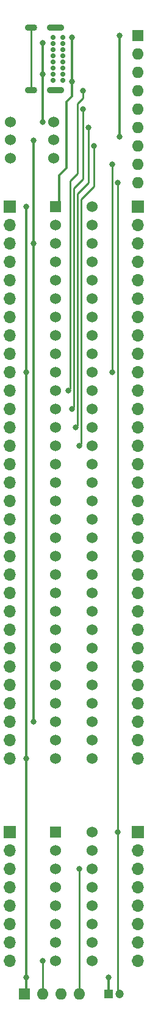
<source format=gbr>
G04 #@! TF.GenerationSoftware,KiCad,Pcbnew,(5.1.8)-1*
G04 #@! TF.CreationDate,2022-11-03T13:18:07-06:00*
G04 #@! TF.ProjectId,Breadboard Adapter,42726561-6462-46f6-9172-642041646170,rev?*
G04 #@! TF.SameCoordinates,Original*
G04 #@! TF.FileFunction,Copper,L2,Bot*
G04 #@! TF.FilePolarity,Positive*
%FSLAX46Y46*%
G04 Gerber Fmt 4.6, Leading zero omitted, Abs format (unit mm)*
G04 Created by KiCad (PCBNEW (5.1.8)-1) date 2022-11-03 13:18:07*
%MOMM*%
%LPD*%
G01*
G04 APERTURE LIST*
G04 #@! TA.AperFunction,ComponentPad*
%ADD10O,1.700000X1.700000*%
G04 #@! TD*
G04 #@! TA.AperFunction,ComponentPad*
%ADD11R,1.700000X1.700000*%
G04 #@! TD*
G04 #@! TA.AperFunction,ComponentPad*
%ADD12C,1.524000*%
G04 #@! TD*
G04 #@! TA.AperFunction,ComponentPad*
%ADD13O,1.600000X1.600000*%
G04 #@! TD*
G04 #@! TA.AperFunction,ComponentPad*
%ADD14R,1.600000X1.600000*%
G04 #@! TD*
G04 #@! TA.AperFunction,ComponentPad*
%ADD15R,1.524000X1.524000*%
G04 #@! TD*
G04 #@! TA.AperFunction,ComponentPad*
%ADD16O,1.700000X0.900000*%
G04 #@! TD*
G04 #@! TA.AperFunction,ComponentPad*
%ADD17O,2.400000X0.900000*%
G04 #@! TD*
G04 #@! TA.AperFunction,ComponentPad*
%ADD18C,0.700000*%
G04 #@! TD*
G04 #@! TA.AperFunction,ComponentPad*
%ADD19C,1.200000*%
G04 #@! TD*
G04 #@! TA.AperFunction,ComponentPad*
%ADD20R,1.200000X1.200000*%
G04 #@! TD*
G04 #@! TA.AperFunction,ViaPad*
%ADD21C,0.800000*%
G04 #@! TD*
G04 #@! TA.AperFunction,Conductor*
%ADD22C,0.250000*%
G04 #@! TD*
G04 #@! TA.AperFunction,Conductor*
%ADD23C,0.330200*%
G04 #@! TD*
G04 APERTURE END LIST*
D10*
G04 #@! TO.P,J6,8*
G04 #@! TO.N,/SPK_OUT*
X111760000Y-142240000D03*
G04 #@! TO.P,J6,7*
G04 #@! TO.N,/SPK_GO*
X111760000Y-139700000D03*
G04 #@! TO.P,J6,6*
G04 #@! TO.N,/HF_PCLK*
X111760000Y-137160000D03*
G04 #@! TO.P,J6,5*
G04 #@! TO.N,/DRQ0*
X111760000Y-134620000D03*
G04 #@! TO.P,J6,4*
G04 #@! TO.N,/HOLDA*
X111760000Y-132080000D03*
G04 #@! TO.P,J6,3*
G04 #@! TO.N,/HOLD*
X111760000Y-129540000D03*
G04 #@! TO.P,J6,2*
G04 #@! TO.N,/READY*
X111760000Y-127000000D03*
D11*
G04 #@! TO.P,J6,1*
G04 #@! TO.N,/RESET*
X111760000Y-124460000D03*
G04 #@! TD*
D10*
G04 #@! TO.P,J5,8*
G04 #@! TO.N,/NMI*
X93980000Y-142240000D03*
G04 #@! TO.P,J5,7*
G04 #@! TO.N,/PIN7*
X93980000Y-139700000D03*
G04 #@! TO.P,J5,6*
G04 #@! TO.N,/IO_008X*
X93980000Y-137160000D03*
G04 #@! TO.P,J5,5*
G04 #@! TO.N,/IO_006X*
X93980000Y-134620000D03*
G04 #@! TO.P,J5,4*
G04 #@! TO.N,/IO_004X*
X93980000Y-132080000D03*
G04 #@! TO.P,J5,3*
G04 #@! TO.N,/IO_002X*
X93980000Y-129540000D03*
G04 #@! TO.P,J5,2*
G04 #@! TO.N,/IO_000X*
X93980000Y-127000000D03*
D11*
G04 #@! TO.P,J5,1*
G04 #@! TO.N,/IRQ1*
X93980000Y-124460000D03*
G04 #@! TD*
D10*
G04 #@! TO.P,J4,31*
G04 #@! TO.N,/A0*
X111760000Y-114300000D03*
G04 #@! TO.P,J4,30*
G04 #@! TO.N,/A1*
X111760000Y-111760000D03*
G04 #@! TO.P,J4,29*
G04 #@! TO.N,/A2*
X111760000Y-109220000D03*
G04 #@! TO.P,J4,28*
G04 #@! TO.N,/A3*
X111760000Y-106680000D03*
G04 #@! TO.P,J4,27*
G04 #@! TO.N,/A4*
X111760000Y-104140000D03*
G04 #@! TO.P,J4,26*
G04 #@! TO.N,/A5*
X111760000Y-101600000D03*
G04 #@! TO.P,J4,25*
G04 #@! TO.N,/A6*
X111760000Y-99060000D03*
G04 #@! TO.P,J4,24*
G04 #@! TO.N,/A7*
X111760000Y-96520000D03*
G04 #@! TO.P,J4,23*
G04 #@! TO.N,/A8*
X111760000Y-93980000D03*
G04 #@! TO.P,J4,22*
G04 #@! TO.N,/A9*
X111760000Y-91440000D03*
G04 #@! TO.P,J4,21*
G04 #@! TO.N,/A10*
X111760000Y-88900000D03*
G04 #@! TO.P,J4,20*
G04 #@! TO.N,/A11*
X111760000Y-86360000D03*
G04 #@! TO.P,J4,19*
G04 #@! TO.N,/A12*
X111760000Y-83820000D03*
G04 #@! TO.P,J4,18*
G04 #@! TO.N,/A13*
X111760000Y-81280000D03*
G04 #@! TO.P,J4,17*
G04 #@! TO.N,/A14*
X111760000Y-78740000D03*
G04 #@! TO.P,J4,16*
G04 #@! TO.N,/A15*
X111760000Y-76200000D03*
G04 #@! TO.P,J4,15*
G04 #@! TO.N,/A16*
X111760000Y-73660000D03*
G04 #@! TO.P,J4,14*
G04 #@! TO.N,/A17*
X111760000Y-71120000D03*
G04 #@! TO.P,J4,13*
G04 #@! TO.N,/A18*
X111760000Y-68580000D03*
G04 #@! TO.P,J4,12*
G04 #@! TO.N,/A19*
X111760000Y-66040000D03*
G04 #@! TO.P,J4,11*
G04 #@! TO.N,/AEN*
X111760000Y-63500000D03*
G04 #@! TO.P,J4,10*
G04 #@! TO.N,/RDY1*
X111760000Y-60960000D03*
G04 #@! TO.P,J4,9*
G04 #@! TO.N,/D0*
X111760000Y-58420000D03*
G04 #@! TO.P,J4,8*
G04 #@! TO.N,/D1*
X111760000Y-55880000D03*
G04 #@! TO.P,J4,7*
G04 #@! TO.N,/D2*
X111760000Y-53340000D03*
G04 #@! TO.P,J4,6*
G04 #@! TO.N,/D3*
X111760000Y-50800000D03*
G04 #@! TO.P,J4,5*
G04 #@! TO.N,/D4*
X111760000Y-48260000D03*
G04 #@! TO.P,J4,4*
G04 #@! TO.N,/D5*
X111760000Y-45720000D03*
G04 #@! TO.P,J4,3*
G04 #@! TO.N,/D6*
X111760000Y-43180000D03*
G04 #@! TO.P,J4,2*
G04 #@! TO.N,/D7*
X111760000Y-40640000D03*
D11*
G04 #@! TO.P,J4,1*
G04 #@! TO.N,/CH_CK*
X111760000Y-38100000D03*
G04 #@! TD*
D10*
G04 #@! TO.P,J3,31*
G04 #@! TO.N,/GND*
X93980000Y-114300000D03*
G04 #@! TO.P,J3,30*
G04 #@! TO.N,/OSC88*
X93980000Y-111760000D03*
G04 #@! TO.P,J3,29*
G04 #@! TO.N,/5+*
X93980000Y-109220000D03*
G04 #@! TO.P,J3,28*
G04 #@! TO.N,/ALE*
X93980000Y-106680000D03*
G04 #@! TO.P,J3,27*
G04 #@! TO.N,/TC*
X93980000Y-104140000D03*
G04 #@! TO.P,J3,26*
G04 #@! TO.N,/DACK2*
X93980000Y-101600000D03*
G04 #@! TO.P,J3,25*
G04 #@! TO.N,/IRQ3*
X93980000Y-99060000D03*
G04 #@! TO.P,J3,24*
G04 #@! TO.N,/IRQ4*
X93980000Y-96520000D03*
G04 #@! TO.P,J3,23*
G04 #@! TO.N,/IRQ5*
X93980000Y-93980000D03*
G04 #@! TO.P,J3,22*
G04 #@! TO.N,/IRQ6*
X93980000Y-91440000D03*
G04 #@! TO.P,J3,21*
G04 #@! TO.N,/IRQ7*
X93980000Y-88900000D03*
G04 #@! TO.P,J3,20*
G04 #@! TO.N,/CLK88*
X93980000Y-86360000D03*
G04 #@! TO.P,J3,19*
G04 #@! TO.N,/REFRQ*
X93980000Y-83820000D03*
G04 #@! TO.P,J3,18*
G04 #@! TO.N,/DRQ1*
X93980000Y-81280000D03*
G04 #@! TO.P,J3,17*
G04 #@! TO.N,/DACK1*
X93980000Y-78740000D03*
G04 #@! TO.P,J3,16*
G04 #@! TO.N,/DRQ3*
X93980000Y-76200000D03*
G04 #@! TO.P,J3,15*
G04 #@! TO.N,/DACK3*
X93980000Y-73660000D03*
G04 #@! TO.P,J3,14*
G04 #@! TO.N,/IORD*
X93980000Y-71120000D03*
G04 #@! TO.P,J3,13*
G04 #@! TO.N,/IOWR*
X93980000Y-68580000D03*
G04 #@! TO.P,J3,12*
G04 #@! TO.N,/MRD*
X93980000Y-66040000D03*
G04 #@! TO.P,J3,11*
G04 #@! TO.N,/MWR*
X93980000Y-63500000D03*
G04 #@! TO.P,J3,10*
G04 #@! TO.N,/GND*
X93980000Y-60960000D03*
G04 #@! TO.P,J3,9*
G04 #@! TO.N,/12+*
X93980000Y-58420000D03*
G04 #@! TO.P,J3,8*
G04 #@! TO.N,/NC*
X93980000Y-55880000D03*
G04 #@! TO.P,J3,7*
G04 #@! TO.N,/12-*
X93980000Y-53340000D03*
G04 #@! TO.P,J3,6*
G04 #@! TO.N,/DRQ2*
X93980000Y-50800000D03*
G04 #@! TO.P,J3,5*
G04 #@! TO.N,/5-*
X93980000Y-48260000D03*
G04 #@! TO.P,J3,4*
G04 #@! TO.N,/IRQ2*
X93980000Y-45720000D03*
G04 #@! TO.P,J3,3*
G04 #@! TO.N,/5+*
X93980000Y-43180000D03*
G04 #@! TO.P,J3,2*
G04 #@! TO.N,/RESOUT*
X93980000Y-40640000D03*
D11*
G04 #@! TO.P,J3,1*
G04 #@! TO.N,/GND*
X93980000Y-38100000D03*
G04 #@! TD*
D12*
G04 #@! TO.P,SW1,6*
G04 #@! TO.N,Net-(SW1-Pad6)*
X94076000Y-31416000D03*
G04 #@! TO.P,SW1,5*
G04 #@! TO.N,Net-(SW1-Pad5)*
X94076000Y-28916000D03*
G04 #@! TO.P,SW1,4*
G04 #@! TO.N,Net-(SW1-Pad4)*
X94076000Y-26416000D03*
G04 #@! TO.P,SW1,3*
G04 #@! TO.N,/POWER_SUPPLY*
X100076000Y-26416000D03*
G04 #@! TO.P,SW1,2*
G04 #@! TO.N,/5+*
X100076000Y-28916000D03*
G04 #@! TO.P,SW1,1*
G04 #@! TO.N,Net-(SW1-Pad1)*
X100076000Y-31416000D03*
G04 #@! TD*
D13*
G04 #@! TO.P,RN2,4*
G04 #@! TO.N,/HOLD*
X103632000Y-146812000D03*
G04 #@! TO.P,RN2,3*
G04 #@! TO.N,Net-(RN2-Pad3)*
X101092000Y-146812000D03*
G04 #@! TO.P,RN2,2*
G04 #@! TO.N,/NMI*
X98552000Y-146812000D03*
D14*
G04 #@! TO.P,RN2,1*
G04 #@! TO.N,/GND*
X96012000Y-146812000D03*
G04 #@! TD*
D13*
G04 #@! TO.P,RN1,9*
G04 #@! TO.N,/RESET*
X111760000Y-34798000D03*
G04 #@! TO.P,RN1,8*
G04 #@! TO.N,/RDY1*
X111760000Y-32258000D03*
G04 #@! TO.P,RN1,7*
G04 #@! TO.N,/IORD*
X111760000Y-29718000D03*
G04 #@! TO.P,RN1,6*
G04 #@! TO.N,/IOWR*
X111760000Y-27178000D03*
G04 #@! TO.P,RN1,5*
G04 #@! TO.N,/MRD*
X111760000Y-24638000D03*
G04 #@! TO.P,RN1,4*
G04 #@! TO.N,/MWR*
X111760000Y-22098000D03*
G04 #@! TO.P,RN1,3*
G04 #@! TO.N,Net-(RN1-Pad3)*
X111760000Y-19558000D03*
G04 #@! TO.P,RN1,2*
G04 #@! TO.N,Net-(RN1-Pad2)*
X111760000Y-17018000D03*
D14*
G04 #@! TO.P,RN1,1*
G04 #@! TO.N,/5+*
X111760000Y-14478000D03*
G04 #@! TD*
D12*
G04 #@! TO.P,J9,62*
G04 #@! TO.N,/A0*
X105410000Y-114300000D03*
G04 #@! TO.P,J9,61*
G04 #@! TO.N,/A1*
X105410000Y-111760000D03*
G04 #@! TO.P,J9,60*
G04 #@! TO.N,/A2*
X105410000Y-109220000D03*
G04 #@! TO.P,J9,59*
G04 #@! TO.N,/A3*
X105410000Y-106680000D03*
G04 #@! TO.P,J9,58*
G04 #@! TO.N,/A4*
X105410000Y-104140000D03*
G04 #@! TO.P,J9,57*
G04 #@! TO.N,/A5*
X105410000Y-101600000D03*
G04 #@! TO.P,J9,56*
G04 #@! TO.N,/A6*
X105410000Y-99060000D03*
G04 #@! TO.P,J9,55*
G04 #@! TO.N,/A7*
X105410000Y-96520000D03*
G04 #@! TO.P,J9,54*
G04 #@! TO.N,/A8*
X105410000Y-93980000D03*
G04 #@! TO.P,J9,53*
G04 #@! TO.N,/A9*
X105410000Y-91440000D03*
G04 #@! TO.P,J9,52*
G04 #@! TO.N,/A10*
X105410000Y-88900000D03*
G04 #@! TO.P,J9,51*
G04 #@! TO.N,/A11*
X105410000Y-86360000D03*
G04 #@! TO.P,J9,50*
G04 #@! TO.N,/A12*
X105410000Y-83820000D03*
G04 #@! TO.P,J9,49*
G04 #@! TO.N,/A13*
X105410000Y-81280000D03*
G04 #@! TO.P,J9,48*
G04 #@! TO.N,/A14*
X105410000Y-78740000D03*
G04 #@! TO.P,J9,47*
G04 #@! TO.N,/A15*
X105410000Y-76200000D03*
G04 #@! TO.P,J9,46*
G04 #@! TO.N,/A16*
X105410000Y-73660000D03*
G04 #@! TO.P,J9,45*
G04 #@! TO.N,/A17*
X105410000Y-71120000D03*
G04 #@! TO.P,J9,44*
G04 #@! TO.N,/A18*
X105410000Y-68580000D03*
G04 #@! TO.P,J9,43*
G04 #@! TO.N,/A19*
X105410000Y-66040000D03*
G04 #@! TO.P,J9,42*
G04 #@! TO.N,/AEN*
X105410000Y-63500000D03*
G04 #@! TO.P,J9,41*
G04 #@! TO.N,/RDY1*
X105410000Y-60960000D03*
G04 #@! TO.P,J9,40*
G04 #@! TO.N,/D0*
X105410000Y-58420000D03*
G04 #@! TO.P,J9,39*
G04 #@! TO.N,/D1*
X105410000Y-55880000D03*
G04 #@! TO.P,J9,38*
G04 #@! TO.N,/D2*
X105410000Y-53340000D03*
G04 #@! TO.P,J9,37*
G04 #@! TO.N,/D3*
X105410000Y-50800000D03*
G04 #@! TO.P,J9,36*
G04 #@! TO.N,/D4*
X105410000Y-48260000D03*
G04 #@! TO.P,J9,35*
G04 #@! TO.N,/D5*
X105410000Y-45720000D03*
G04 #@! TO.P,J9,34*
G04 #@! TO.N,/D6*
X105410000Y-43180000D03*
G04 #@! TO.P,J9,33*
G04 #@! TO.N,/D7*
X105410000Y-40640000D03*
G04 #@! TO.P,J9,32*
G04 #@! TO.N,/CH_CK*
X105410000Y-38100000D03*
G04 #@! TO.P,J9,31*
G04 #@! TO.N,/GND*
X100330000Y-114300000D03*
G04 #@! TO.P,J9,30*
G04 #@! TO.N,/OSC88*
X100330000Y-111760000D03*
G04 #@! TO.P,J9,29*
G04 #@! TO.N,/5+*
X100330000Y-109220000D03*
G04 #@! TO.P,J9,28*
G04 #@! TO.N,/ALE*
X100330000Y-106680000D03*
G04 #@! TO.P,J9,27*
G04 #@! TO.N,/TC*
X100330000Y-104140000D03*
G04 #@! TO.P,J9,26*
G04 #@! TO.N,/DACK2*
X100330000Y-101600000D03*
G04 #@! TO.P,J9,25*
G04 #@! TO.N,/IRQ3*
X100330000Y-99060000D03*
G04 #@! TO.P,J9,24*
G04 #@! TO.N,/IRQ4*
X100330000Y-96520000D03*
G04 #@! TO.P,J9,23*
G04 #@! TO.N,/IRQ5*
X100330000Y-93980000D03*
G04 #@! TO.P,J9,22*
G04 #@! TO.N,/IRQ6*
X100330000Y-91440000D03*
G04 #@! TO.P,J9,21*
G04 #@! TO.N,/IRQ7*
X100330000Y-88900000D03*
G04 #@! TO.P,J9,20*
G04 #@! TO.N,/CLK88*
X100330000Y-86360000D03*
G04 #@! TO.P,J9,19*
G04 #@! TO.N,/REFRQ*
X100330000Y-83820000D03*
G04 #@! TO.P,J9,18*
G04 #@! TO.N,/DRQ1*
X100330000Y-81280000D03*
G04 #@! TO.P,J9,17*
G04 #@! TO.N,/DACK1*
X100330000Y-78740000D03*
G04 #@! TO.P,J9,16*
G04 #@! TO.N,/DRQ3*
X100330000Y-76200000D03*
G04 #@! TO.P,J9,15*
G04 #@! TO.N,/DACK3*
X100330000Y-73660000D03*
G04 #@! TO.P,J9,14*
G04 #@! TO.N,/IORD*
X100330000Y-71120000D03*
G04 #@! TO.P,J9,13*
G04 #@! TO.N,/IOWR*
X100330000Y-68580000D03*
G04 #@! TO.P,J9,12*
G04 #@! TO.N,/MRD*
X100330000Y-66040000D03*
G04 #@! TO.P,J9,11*
G04 #@! TO.N,/MWR*
X100330000Y-63500000D03*
G04 #@! TO.P,J9,10*
G04 #@! TO.N,/GND*
X100330000Y-60960000D03*
G04 #@! TO.P,J9,9*
G04 #@! TO.N,/12+*
X100330000Y-58420000D03*
G04 #@! TO.P,J9,8*
G04 #@! TO.N,/NC*
X100330000Y-55880000D03*
G04 #@! TO.P,J9,7*
G04 #@! TO.N,/12-*
X100330000Y-53340000D03*
G04 #@! TO.P,J9,6*
G04 #@! TO.N,/DRQ2*
X100330000Y-50800000D03*
G04 #@! TO.P,J9,5*
G04 #@! TO.N,/5-*
X100330000Y-48260000D03*
G04 #@! TO.P,J9,4*
G04 #@! TO.N,/IRQ2*
X100330000Y-45720000D03*
G04 #@! TO.P,J9,3*
G04 #@! TO.N,/5+*
X100330000Y-43180000D03*
G04 #@! TO.P,J9,2*
G04 #@! TO.N,/RESOUT*
X100330000Y-40640000D03*
D15*
G04 #@! TO.P,J9,1*
G04 #@! TO.N,/GND*
X100330000Y-38100000D03*
G04 #@! TD*
D16*
G04 #@! TO.P,J2,S1*
G04 #@! TO.N,Net-(J2-PadS1)*
X96986000Y-22032000D03*
X96986000Y-13382000D03*
D17*
X100366000Y-22032000D03*
X100366000Y-13382000D03*
D18*
G04 #@! TO.P,J2,B6*
G04 #@! TO.N,Net-(J2-PadB6)*
X99996000Y-18132000D03*
G04 #@! TO.P,J2,B1*
G04 #@! TO.N,/GND*
X99996000Y-20682000D03*
G04 #@! TO.P,J2,B4*
G04 #@! TO.N,/POWER_SUPPLY*
X99996000Y-19832000D03*
G04 #@! TO.P,J2,B5*
G04 #@! TO.N,Net-(J2-PadB5)*
X99996000Y-18982000D03*
G04 #@! TO.P,J2,B12*
G04 #@! TO.N,/GND*
X99996000Y-14732000D03*
G04 #@! TO.P,J2,B8*
G04 #@! TO.N,Net-(J2-PadB8)*
X99996000Y-16432000D03*
G04 #@! TO.P,J2,B7*
G04 #@! TO.N,Net-(J2-PadB7)*
X99996000Y-17282000D03*
G04 #@! TO.P,J2,B9*
G04 #@! TO.N,/POWER_SUPPLY*
X99996000Y-15582000D03*
G04 #@! TO.P,J2,A12*
G04 #@! TO.N,/GND*
X101346000Y-20682000D03*
G04 #@! TO.P,J2,A9*
G04 #@! TO.N,/POWER_SUPPLY*
X101346000Y-19832000D03*
G04 #@! TO.P,J2,A8*
G04 #@! TO.N,Net-(J2-PadA8)*
X101346000Y-18982000D03*
G04 #@! TO.P,J2,A7*
G04 #@! TO.N,Net-(J2-PadA7)*
X101346000Y-18132000D03*
G04 #@! TO.P,J2,A6*
G04 #@! TO.N,Net-(J2-PadA6)*
X101346000Y-17282000D03*
G04 #@! TO.P,J2,A5*
G04 #@! TO.N,Net-(J2-PadA5)*
X101346000Y-16432000D03*
G04 #@! TO.P,J2,A4*
G04 #@! TO.N,/POWER_SUPPLY*
X101346000Y-15582000D03*
G04 #@! TO.P,J2,A1*
G04 #@! TO.N,/GND*
X101346000Y-14732000D03*
G04 #@! TD*
D12*
G04 #@! TO.P,J1,16*
G04 #@! TO.N,/RESET*
X105410000Y-124460000D03*
G04 #@! TO.P,J1,15*
G04 #@! TO.N,/READY*
X105410000Y-127000000D03*
D15*
G04 #@! TO.P,J1,1*
G04 #@! TO.N,/IRQ1*
X100330000Y-124460000D03*
D12*
G04 #@! TO.P,J1,2*
G04 #@! TO.N,/IO_000X*
X100330000Y-127000000D03*
G04 #@! TO.P,J1,3*
G04 #@! TO.N,/IO_002X*
X100330000Y-129540000D03*
G04 #@! TO.P,J1,4*
G04 #@! TO.N,/IO_004X*
X100330000Y-132080000D03*
G04 #@! TO.P,J1,5*
G04 #@! TO.N,/IO_006X*
X100330000Y-134620000D03*
G04 #@! TO.P,J1,6*
G04 #@! TO.N,/IO_008X*
X100330000Y-137160000D03*
G04 #@! TO.P,J1,7*
G04 #@! TO.N,/PIN7*
X100330000Y-139700000D03*
G04 #@! TO.P,J1,8*
G04 #@! TO.N,/NMI*
X100330000Y-142240000D03*
G04 #@! TO.P,J1,9*
G04 #@! TO.N,/SPK_OUT*
X105410000Y-142240000D03*
G04 #@! TO.P,J1,10*
G04 #@! TO.N,/SPK_GO*
X105410000Y-139700000D03*
G04 #@! TO.P,J1,11*
G04 #@! TO.N,/HF_PCLK*
X105410000Y-137160000D03*
G04 #@! TO.P,J1,12*
G04 #@! TO.N,/DRQ0*
X105410000Y-134620000D03*
G04 #@! TO.P,J1,13*
G04 #@! TO.N,/HOLDA*
X105410000Y-132080000D03*
G04 #@! TO.P,J1,14*
G04 #@! TO.N,/HOLD*
X105410000Y-129540000D03*
G04 #@! TD*
D19*
G04 #@! TO.P,C1,2*
G04 #@! TO.N,/RESET*
X109196000Y-146812000D03*
D20*
G04 #@! TO.P,C1,1*
G04 #@! TO.N,/GND*
X107696000Y-146812000D03*
G04 #@! TD*
D21*
G04 #@! TO.N,/RESET*
X108966000Y-34798000D03*
X108966000Y-124460000D03*
G04 #@! TO.N,/GND*
X102616000Y-14732000D03*
X102616000Y-20828000D03*
X96266000Y-38100000D03*
X96266000Y-114300000D03*
X96266000Y-60960000D03*
X96266000Y-144526000D03*
X107696000Y-144526000D03*
G04 #@! TO.N,/NMI*
X98552000Y-142240000D03*
G04 #@! TO.N,/HOLD*
X103632000Y-129540000D03*
G04 #@! TO.N,/POWER_SUPPLY*
X98552000Y-26416000D03*
X98552000Y-19812000D03*
X98552000Y-15494000D03*
G04 #@! TO.N,/RDY1*
X108204000Y-60960000D03*
X108204000Y-32258000D03*
G04 #@! TO.N,/5+*
X97282000Y-43180000D03*
X97282000Y-28956000D03*
X97282000Y-109220000D03*
X109220000Y-28448000D03*
X109220000Y-14478000D03*
G04 #@! TO.N,/IORD*
X103632000Y-71120000D03*
X105664000Y-29718000D03*
G04 #@! TO.N,/IOWR*
X103124000Y-68580000D03*
X104902000Y-27178000D03*
G04 #@! TO.N,/MRD*
X102616000Y-66040000D03*
X104140000Y-24638000D03*
G04 #@! TO.N,/MWR*
X102108000Y-63500000D03*
X104140000Y-22098000D03*
G04 #@! TD*
D22*
G04 #@! TO.N,/RESET*
X108966000Y-34798000D02*
X108966000Y-124460000D01*
X108966000Y-146582000D02*
X108966000Y-124460000D01*
X109196000Y-146812000D02*
X108966000Y-146582000D01*
D23*
G04 #@! TO.N,/GND*
X102616000Y-14732000D02*
X102616000Y-14732000D01*
X102616000Y-22860000D02*
X102616000Y-20828000D01*
X101854000Y-23622000D02*
X102616000Y-22860000D01*
X101854000Y-32766000D02*
X101854000Y-23622000D01*
X100838000Y-33782000D02*
X101854000Y-32766000D01*
X100838000Y-37592000D02*
X100838000Y-33782000D01*
X100330000Y-38100000D02*
X100838000Y-37592000D01*
X102616000Y-20828000D02*
X102616000Y-14732000D01*
X96266000Y-146558000D02*
X96012000Y-146812000D01*
X96266000Y-38100000D02*
X96266000Y-60960000D01*
X96266000Y-114300000D02*
X96266000Y-144526000D01*
X96266000Y-60960000D02*
X96266000Y-114300000D01*
X96266000Y-144526000D02*
X96266000Y-146558000D01*
X107696000Y-144526000D02*
X107696000Y-146812000D01*
D22*
G04 #@! TO.N,/NMI*
X98552000Y-146812000D02*
X98552000Y-142240000D01*
X98552000Y-142240000D02*
X98552000Y-142240000D01*
G04 #@! TO.N,/HOLD*
X103632000Y-146812000D02*
X103632000Y-129540000D01*
X103632000Y-129540000D02*
X103632000Y-129540000D01*
G04 #@! TO.N,Net-(J2-PadS1)*
X96986000Y-13382000D02*
X96986000Y-22032000D01*
D23*
G04 #@! TO.N,/POWER_SUPPLY*
X98552000Y-26416000D02*
X98552000Y-26416000D01*
X98552000Y-19812000D02*
X98552000Y-26416000D01*
X98552000Y-19812000D02*
X98552000Y-15494000D01*
D22*
G04 #@! TO.N,/RDY1*
X108204000Y-60960000D02*
X108204000Y-32258000D01*
D23*
G04 #@! TO.N,/5+*
X97282000Y-43180000D02*
X97282000Y-28956000D01*
X97282000Y-28956000D02*
X97282000Y-28956000D01*
X97282000Y-43180000D02*
X97282000Y-109220000D01*
X97282000Y-109220000D02*
X97282000Y-109220000D01*
X109220000Y-28448000D02*
X109220000Y-14478000D01*
X109220000Y-14478000D02*
X109220000Y-14478000D01*
D22*
G04 #@! TO.N,/IORD*
X103886000Y-37084000D02*
X105664000Y-35306000D01*
X103886000Y-70866000D02*
X103886000Y-37084000D01*
X103632000Y-71120000D02*
X103886000Y-70866000D01*
X105664000Y-35306000D02*
X105664000Y-29718000D01*
X105664000Y-29718000D02*
X105664000Y-29718000D01*
G04 #@! TO.N,/IOWR*
X103378000Y-36322000D02*
X104902000Y-34798000D01*
X103378000Y-68326000D02*
X103378000Y-36322000D01*
X103124000Y-68580000D02*
X103378000Y-68326000D01*
X104902000Y-34798000D02*
X104902000Y-27178000D01*
X104902000Y-27178000D02*
X104902000Y-27178000D01*
G04 #@! TO.N,/MRD*
X102616000Y-66040000D02*
X102870000Y-65786000D01*
X102870000Y-65786000D02*
X102870000Y-35560000D01*
X102870000Y-35560000D02*
X104140000Y-34290000D01*
X104140000Y-34290000D02*
X104140000Y-24638000D01*
G04 #@! TO.N,/MWR*
X102362000Y-34544000D02*
X103378000Y-33528000D01*
X102362000Y-63246000D02*
X102362000Y-34544000D01*
X102108000Y-63500000D02*
X102362000Y-63246000D01*
X103378000Y-33528000D02*
X103378000Y-23876000D01*
X103378000Y-23876000D02*
X104140000Y-23114000D01*
X104140000Y-23114000D02*
X104140000Y-22098000D01*
X104140000Y-22098000D02*
X104140000Y-22098000D01*
G04 #@! TD*
M02*

</source>
